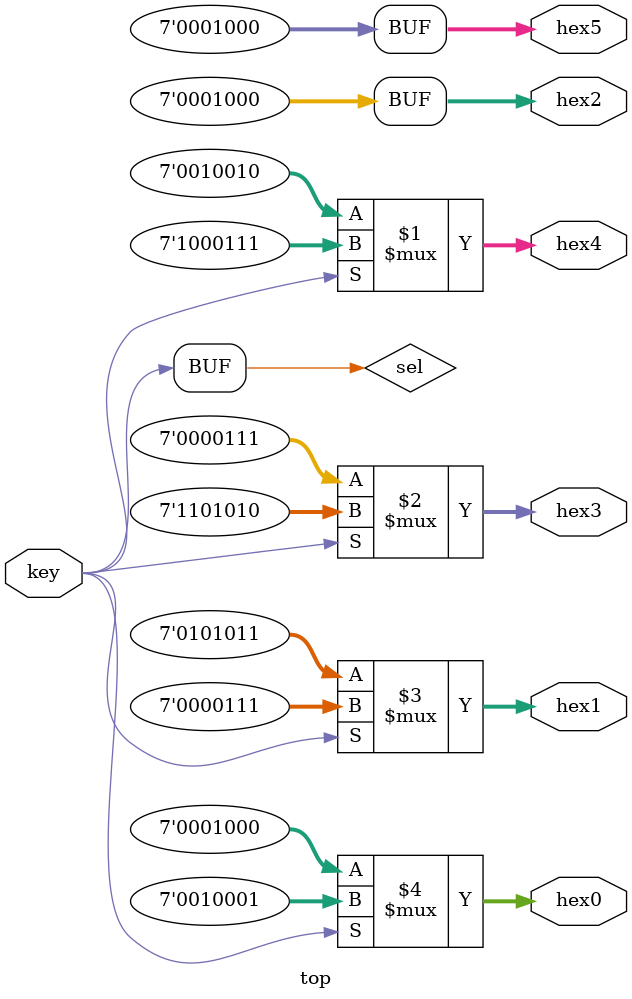
<source format=v>


module top
(
    input  [0:0] key,  // Buttons // Кнопки
    output [6:0] hex0, // Seven-segment display // индикатор
    output [6:0] hex1,
    output [6:0] hex2,
    output [6:0] hex3,
    output [6:0] hex4,
    output [6:0] hex5
);


    parameter [6:0] A = 7'b0001000,
                    L = 7'b1000111,
                    M = 7'b1101010,
                    N = 7'b0101011,
                    S = 7'b0010010,
                    T = 7'b0000111,
                    Y = 7'b0010001;

    wire sel = key [0];

    assign hex5 =       A;
    assign hex4 = sel ? L : S;
    assign hex3 = sel ? M : T;
    assign hex2 =       A;
    assign hex1 = sel ? T : N;
    assign hex0 = sel ? Y : A;

    // Alternative way
    
    // assign { hex5, hex4, hex3, hex2, hex1, hex0 } =
    //    sel ? { A, L, M, A, T, Y } : { A, S, T, A, N, A };

endmodule

</source>
